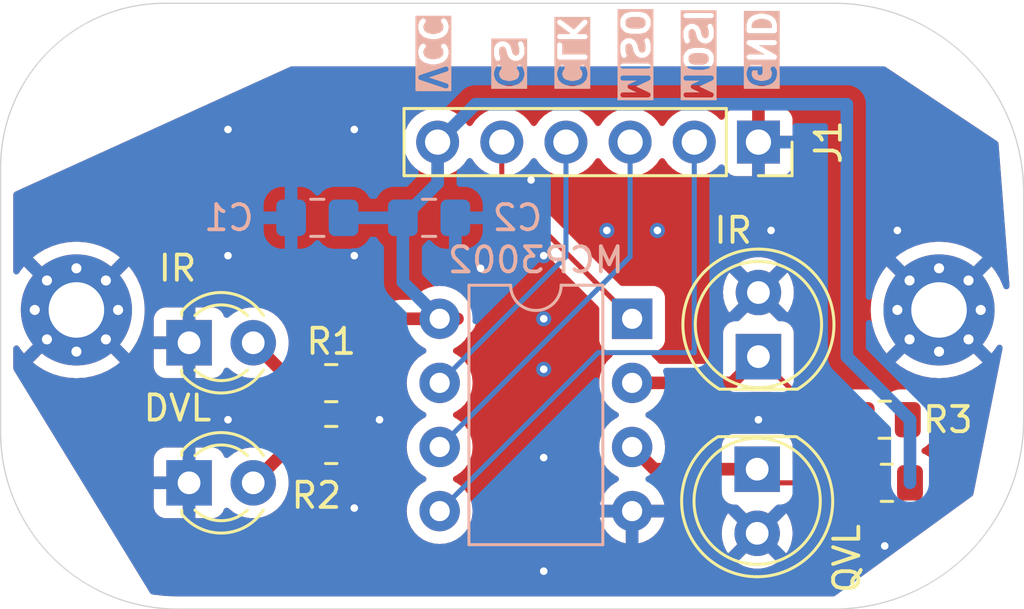
<source format=kicad_pcb>
(kicad_pcb (version 20240108) (generator "pcbnew") (generator_version "8.0")
  (layers (0 "F.Cu" signal) (31 "B.Cu" signal) (34 "B.Paste" user) (35 "F.Paste" user) (36 "B.SilkS" user "B.Silkscreen") (37 "F.SilkS" user "F.Silkscreen") (38 "B.Mask" user) (39 "F.Mask" user) (44 "Edge.Cuts" user))
  (net 0 "")
  (net 1 "GND")
  (net 2 "+3.3V")
  (net 3 "Net-(D1-A)")
  (net 4 "Net-(D2-A)")
  (net 5 "CS")
  (net 6 "CLK")
  (net 7 "MISO")
  (net 8 "MOSI")
  (net 9 "CH0")
  (net 10 "CH1")
  (footprint "LED_THT:LED_D5.0mm_Clear" (layer "F.Cu") (at 115.95 98.46 -90)
    (property "Reference" "QVL" (at 3.54 -3.55 90) (layer "F.SilkS"))
    (property "Value" "BPW40")
    (fp_line (start -1.29 -1.545) (end -1.29 1.545) (stroke (width 0.12)) (layer "F.SilkS"))
    (fp_arc (start 4.26 -0.000462) (mid 2.072002 2.880433) (end -1.29 1.54483) (stroke (width 0.12)) (layer "F.SilkS"))
    (fp_arc (start -1.29 -1.54483) (mid 2.072002 -2.880433) (end 4.26 0.000462) (stroke (width 0.12)) (layer "F.SilkS"))
    (fp_circle (center 1.27 0) (end 3.77 0) (stroke (width 0.12)) (fill none) (layer "F.SilkS"))
    (pad "1" thru_hole rect (at 0 0 270) (size 1.8 1.8) (drill 0.9) (layers "*.Cu" "*.Mask") (net 10 "CH1"))
    (pad "2" thru_hole circle (at 2.54 0 270) (size 1.8 1.8) (drill 0.9) (layers "*.Cu" "*.Mask") (net 1 "GND"))
  )
  (footprint "MountingHole:MountingHole_2.2mm_M2_Pad_Via" (layer "F.Cu") (at 89 92.15)
    (property "Reference" "H1" (hide yes))
    (property "Value" "M1")
    (pad "1" thru_hole circle (at -1.65 0) (size 0.7 0.7) (drill 0.4) (layers "*.Cu" "*.Mask") (net 1 "GND"))
    (pad "1" thru_hole circle (at -1.166726 -1.166726) (size 0.7 0.7) (drill 0.4) (layers "*.Cu" "*.Mask") (net 1 "GND"))
    (pad "1" thru_hole circle (at -1.166726 1.166726) (size 0.7 0.7) (drill 0.4) (layers "*.Cu" "*.Mask") (net 1 "GND"))
    (pad "1" thru_hole circle (at 0 -1.65) (size 0.7 0.7) (drill 0.4) (layers "*.Cu" "*.Mask") (net 1 "GND"))
    (pad "1" thru_hole circle (at 0 0) (size 4.4 4.4) (drill 2.2) (layers "*.Cu" "*.Mask") (net 1 "GND"))
    (pad "1" thru_hole circle (at 0 1.65) (size 0.7 0.7) (drill 0.4) (layers "*.Cu" "*.Mask") (net 1 "GND"))
    (pad "1" thru_hole circle (at 1.166726 -1.166726) (size 0.7 0.7) (drill 0.4) (layers "*.Cu" "*.Mask") (net 1 "GND"))
    (pad "1" thru_hole circle (at 1.166726 1.166726) (size 0.7 0.7) (drill 0.4) (layers "*.Cu" "*.Mask") (net 1 "GND"))
    (pad "1" thru_hole circle (at 1.65 0) (size 0.7 0.7) (drill 0.4) (layers "*.Cu" "*.Mask") (net 1 "GND"))
  )
  (footprint "Resistor_SMD:R_0805_2012Metric" (layer "F.Cu") (at 121 96.5)
    (property "Reference" "R4" (hide yes))
    (property "Value" "R")
    (fp_line (start -0.227064 -0.735) (end 0.227064 -0.735) (stroke (width 0.12)) (layer "F.SilkS"))
    (fp_line (start -0.227064 0.735) (end 0.227064 0.735) (stroke (width 0.12)) (layer "F.SilkS"))
    (pad "1" smd roundrect (at -0.9125 0) (size 1.025 1.4) (layers "F.Cu" "F.Paste" "F.Mask") (roundrect_rratio 0.243902) (net 9 "CH0"))
    (pad "2" smd roundrect (at 0.9125 0) (size 1.025 1.4) (layers "F.Cu" "F.Paste" "F.Mask") (roundrect_rratio 0.243902) (net 2 "+3.3V"))
  )
  (footprint "LED_THT:LED_D5.0mm_Clear" (layer "F.Cu") (at 116 94 90)
    (property "Reference" "IR" (at 5 -1 0) (layer "F.SilkS"))
    (property "Value" "BPW40")
    (fp_line (start -1.29 -1.545) (end -1.29 1.545) (stroke (width 0.12)) (layer "F.SilkS"))
    (fp_arc (start -1.29 -1.54483) (mid 2.072002 -2.880433) (end 4.26 0.000462) (stroke (width 0.12)) (layer "F.SilkS"))
    (fp_arc (start 4.26 -0.000462) (mid 2.072002 2.880433) (end -1.29 1.54483) (stroke (width 0.12)) (layer "F.SilkS"))
    (fp_circle (center 1.27 0) (end 3.77 0) (stroke (width 0.12)) (fill none) (layer "F.SilkS"))
    (pad "1" thru_hole rect (at 0 0 90) (size 1.8 1.8) (drill 0.9) (layers "*.Cu" "*.Mask") (net 9 "CH0"))
    (pad "2" thru_hole circle (at 2.54 0 90) (size 1.8 1.8) (drill 0.9) (layers "*.Cu" "*.Mask") (net 1 "GND"))
  )
  (footprint "Resistor_SMD:R_0805_2012Metric" (layer "F.Cu") (at 99.0875 95.05)
    (property "Reference" "R1" (at 0 -1.65 0) (layer "F.SilkS"))
    (property "Value" "R")
    (fp_line (start -0.227064 -0.735) (end 0.227064 -0.735) (stroke (width 0.12)) (layer "F.SilkS"))
    (fp_line (start -0.227064 0.735) (end 0.227064 0.735) (stroke (width 0.12)) (layer "F.SilkS"))
    (pad "1" smd roundrect (at -0.9125 0) (size 1.025 1.4) (layers "F.Cu" "F.Paste" "F.Mask") (roundrect_rratio 0.243902) (net 3 "Net-(D1-A)"))
    (pad "2" smd roundrect (at 0.9125 0) (size 1.025 1.4) (layers "F.Cu" "F.Paste" "F.Mask") (roundrect_rratio 0.243902) (net 2 "+3.3V"))
  )
  (footprint "Resistor_SMD:R_0805_2012Metric" (layer "F.Cu") (at 121.0875 99)
    (property "Reference" "R3" (at 2.4125 -2.5 0) (layer "F.SilkS"))
    (property "Value" "R")
    (fp_line (start -0.227064 -0.735) (end 0.227064 -0.735) (stroke (width 0.12)) (layer "F.SilkS"))
    (fp_line (start -0.227064 0.735) (end 0.227064 0.735) (stroke (width 0.12)) (layer "F.SilkS"))
    (pad "1" smd roundrect (at -0.9125 0) (size 1.025 1.4) (layers "F.Cu" "F.Paste" "F.Mask") (roundrect_rratio 0.243902) (net 10 "CH1"))
    (pad "2" smd roundrect (at 0.9125 0) (size 1.025 1.4) (layers "F.Cu" "F.Paste" "F.Mask") (roundrect_rratio 0.243902) (net 2 "+3.3V"))
  )
  (footprint "LED_THT:LED_D3.0mm_Clear" (layer "F.Cu") (at 93.46 93.45)
    (property "Reference" "IR" (at -0.46 -2.95 0) (layer "F.SilkS"))
    (property "Value" "LED")
    (fp_line (start -0.29 -1.236) (end -0.29 -1.08) (stroke (width 0.12)) (layer "F.SilkS"))
    (fp_line (start -0.29 1.08) (end -0.29 1.236) (stroke (width 0.12)) (layer "F.SilkS"))
    (fp_arc (start -0.29 -1.235516) (mid 1.366487 -1.987659) (end 2.942335 -1.078608) (stroke (width 0.12)) (layer "F.SilkS"))
    (fp_arc (start 0.229039 -1.08) (mid 1.270117 -1.5) (end 2.31113 -1.079837) (stroke (width 0.12)) (layer "F.SilkS"))
    (fp_arc (start 2.31113 1.079837) (mid 1.270117 1.5) (end 0.229039 1.08) (stroke (width 0.12)) (layer "F.SilkS"))
    (fp_arc (start 2.942335 1.078608) (mid 1.366487 1.987659) (end -0.29 1.235516) (stroke (width 0.12)) (layer "F.SilkS"))
    (pad "1" thru_hole rect (at 0 0) (size 1.8 1.8) (drill 0.9) (layers "*.Cu" "*.Mask") (net 1 "GND"))
    (pad "2" thru_hole circle (at 2.54 0) (size 1.8 1.8) (drill 0.9) (layers "*.Cu" "*.Mask") (net 3 "Net-(D1-A)"))
  )
  (footprint "MountingHole:MountingHole_2.2mm_M2_Pad_Via" (layer "F.Cu") (at 123.15 92.15)
    (property "Reference" "H2" (hide yes))
    (property "Value" "M2")
    (pad "1" thru_hole circle (at -1.65 0) (size 0.7 0.7) (drill 0.4) (layers "*.Cu" "*.Mask") (net 1 "GND"))
    (pad "1" thru_hole circle (at -1.166726 -1.166726) (size 0.7 0.7) (drill 0.4) (layers "*.Cu" "*.Mask") (net 1 "GND"))
    (pad "1" thru_hole circle (at -1.166726 1.166726) (size 0.7 0.7) (drill 0.4) (layers "*.Cu" "*.Mask") (net 1 "GND"))
    (pad "1" thru_hole circle (at 0 -1.65) (size 0.7 0.7) (drill 0.4) (layers "*.Cu" "*.Mask") (net 1 "GND"))
    (pad "1" thru_hole circle (at 0 0) (size 4.4 4.4) (drill 2.2) (layers "*.Cu" "*.Mask") (net 1 "GND"))
    (pad "1" thru_hole circle (at 0 1.65) (size 0.7 0.7) (drill 0.4) (layers "*.Cu" "*.Mask") (net 1 "GND"))
    (pad "1" thru_hole circle (at 1.166726 -1.166726) (size 0.7 0.7) (drill 0.4) (layers "*.Cu" "*.Mask") (net 1 "GND"))
    (pad "1" thru_hole circle (at 1.166726 1.166726) (size 0.7 0.7) (drill 0.4) (layers "*.Cu" "*.Mask") (net 1 "GND"))
    (pad "1" thru_hole circle (at 1.65 0) (size 0.7 0.7) (drill 0.4) (layers "*.Cu" "*.Mask") (net 1 "GND"))
  )
  (footprint "Resistor_SMD:R_0805_2012Metric" (layer "F.Cu") (at 99.0875 97.5)
    (property "Reference" "R2" (at -0.5875 2 0) (layer "F.SilkS"))
    (property "Value" "R")
    (fp_line (start -0.227064 -0.735) (end 0.227064 -0.735) (stroke (width 0.12)) (layer "F.SilkS"))
    (fp_line (start -0.227064 0.735) (end 0.227064 0.735) (stroke (width 0.12)) (layer "F.SilkS"))
    (pad "1" smd roundrect (at -0.9125 0) (size 1.025 1.4) (layers "F.Cu" "F.Paste" "F.Mask") (roundrect_rratio 0.243902) (net 4 "Net-(D2-A)"))
    (pad "2" smd roundrect (at 0.9125 0) (size 1.025 1.4) (layers "F.Cu" "F.Paste" "F.Mask") (roundrect_rratio 0.243902) (net 2 "+3.3V"))
  )
  (footprint "Connector_PinSocket_2.54mm:PinSocket_1x06_P2.54mm_Vertical" (layer "F.Cu") (at 116 85.5 -90)
    (property "Reference" "J1" (at 0 -2.77 90) (layer "F.SilkS"))
    (property "Value" "Pin_Connector")
    (fp_line (start -1.33 14.03) (end 1.33 14.03) (stroke (width 0.12)) (layer "F.SilkS"))
    (fp_line (start -1.33 1.27) (end -1.33 14.03) (stroke (width 0.12)) (layer "F.SilkS"))
    (fp_line (start -1.33 1.27) (end 1.33 1.27) (stroke (width 0.12)) (layer "F.SilkS"))
    (fp_line (start 1.33 1.27) (end 1.33 14.03) (stroke (width 0.12)) (layer "F.SilkS"))
    (fp_line (start 0 -1.33) (end 1.33 -1.33) (stroke (width 0.12)) (layer "F.SilkS"))
    (fp_line (start 1.33 -1.33) (end 1.33 0) (stroke (width 0.12)) (layer "F.SilkS"))
    (pad "1" thru_hole rect (at 0 0 270) (size 1.7 1.7) (drill 1) (layers "*.Cu" "*.Mask") (net 1 "GND"))
    (pad "2" thru_hole oval (at 0 2.54 270) (size 1.7 1.7) (drill 1) (layers "*.Cu" "*.Mask") (net 8 "MOSI"))
    (pad "3" thru_hole oval (at 0 5.08 270) (size 1.7 1.7) (drill 1) (layers "*.Cu" "*.Mask") (net 7 "MISO"))
    (pad "4" thru_hole oval (at 0 7.62 270) (size 1.7 1.7) (drill 1) (layers "*.Cu" "*.Mask") (net 6 "CLK"))
    (pad "5" thru_hole oval (at 0 10.16 270) (size 1.7 1.7) (drill 1) (layers "*.Cu" "*.Mask") (net 5 "CS"))
    (pad "6" thru_hole oval (at 0 12.7 270) (size 1.7 1.7) (drill 1) (layers "*.Cu" "*.Mask") (net 2 "+3.3V"))
  )
  (footprint "LED_THT:LED_D3.0mm_Clear" (layer "F.Cu") (at 93.46 99)
    (property "Reference" "DVL" (at -0.46 -2.96 0) (layer "F.SilkS"))
    (property "Value" "LED")
    (fp_line (start -0.29 -1.236) (end -0.29 -1.08) (stroke (width 0.12)) (layer "F.SilkS"))
    (fp_line (start -0.29 1.08) (end -0.29 1.236) (stroke (width 0.12)) (layer "F.SilkS"))
    (fp_arc (start -0.29 -1.235516) (mid 1.366487 -1.987659) (end 2.942335 -1.078608) (stroke (width 0.12)) (layer "F.SilkS"))
    (fp_arc (start 0.229039 -1.08) (mid 1.270117 -1.5) (end 2.31113 -1.079837) (stroke (width 0.12)) (layer "F.SilkS"))
    (fp_arc (start 2.31113 1.079837) (mid 1.270117 1.5) (end 0.229039 1.08) (stroke (width 0.12)) (layer "F.SilkS"))
    (fp_arc (start 2.942335 1.078608) (mid 1.366487 1.987659) (end -0.29 1.235516) (stroke (width 0.12)) (layer "F.SilkS"))
    (pad "1" thru_hole rect (at 0 0) (size 1.8 1.8) (drill 0.9) (layers "*.Cu" "*.Mask") (net 1 "GND"))
    (pad "2" thru_hole circle (at 2.54 0) (size 1.8 1.8) (drill 0.9) (layers "*.Cu" "*.Mask") (net 4 "Net-(D2-A)"))
  )
  (footprint "Package_DIP:DIP-8_W7.62mm" (layer "B.Cu") (at 111 92.5 180)
    (property "Reference" "MCP3002" (at 3.81 2.33 180) (layer "B.SilkS") (effects (justify mirror)))
    (property "Value" "MCP3002")
    (fp_line (start 6.46 1.33) (end 6.46 -8.95) (stroke (width 0.12)) (layer "B.SilkS"))
    (fp_line (start 6.46 -8.95) (end 1.16 -8.95) (stroke (width 0.12)) (layer "B.SilkS"))
    (fp_line (start 4.81 1.33) (end 6.46 1.33) (stroke (width 0.12)) (layer "B.SilkS"))
    (fp_line (start 1.16 1.33) (end 2.81 1.33) (stroke (width 0.12)) (layer "B.SilkS"))
    (fp_line (start 1.16 -8.95) (end 1.16 1.33) (stroke (width 0.12)) (layer "B.SilkS"))
    (fp_arc (start 2.81 1.33) (mid 3.81 0.33) (end 4.81 1.33) (stroke (width 0.12)) (layer "B.SilkS"))
    (pad "1" thru_hole rect (at 0 0 180) (size 1.6 1.6) (drill 0.8) (layers "*.Cu" "*.Mask") (net 5 "CS"))
    (pad "2" thru_hole oval (at 0 -2.54 180) (size 1.6 1.6) (drill 0.8) (layers "*.Cu" "*.Mask") (net 9 "CH0"))
    (pad "3" thru_hole oval (at 0 -5.08 180) (size 1.6 1.6) (drill 0.8) (layers "*.Cu" "*.Mask") (net 10 "CH1"))
    (pad "4" thru_hole oval (at 0 -7.62 180) (size 1.6 1.6) (drill 0.8) (layers "*.Cu" "*.Mask") (net 1 "GND"))
    (pad "5" thru_hole oval (at 7.62 -7.62 180) (size 1.6 1.6) (drill 0.8) (layers "*.Cu" "*.Mask") (net 8 "MOSI"))
    (pad "6" thru_hole oval (at 7.62 -5.08 180) (size 1.6 1.6) (drill 0.8) (layers "*.Cu" "*.Mask") (net 7 "MISO"))
    (pad "7" thru_hole oval (at 7.62 -2.54 180) (size 1.6 1.6) (drill 0.8) (layers "*.Cu" "*.Mask") (net 6 "CLK"))
    (pad "8" thru_hole oval (at 7.62 0 180) (size 1.6 1.6) (drill 0.8) (layers "*.Cu" "*.Mask") (net 2 "+3.3V"))
  )
  (footprint "Capacitor_SMD:C_0805_2012Metric_Pad1.18x1.45mm_HandSolder" (layer "B.Cu") (at 98.5375 88.5 180)
    (property "Reference" "C1" (at 3.5 0 180) (layer "B.SilkS") (effects (justify mirror)))
    (property "Value" "100nF")
    (fp_line (start 0.261252 0.735) (end -0.261252 0.735) (stroke (width 0.12)) (layer "B.SilkS"))
    (fp_line (start 0.261252 -0.735) (end -0.261252 -0.735) (stroke (width 0.12)) (layer "B.SilkS"))
    (pad "1" smd roundrect (at -1.0375 0 180) (size 1.175 1.45) (layers "B.Cu" "B.Paste" "B.Mask") (roundrect_rratio 0.212766) (net 2 "+3.3V"))
    (pad "2" smd roundrect (at 1.0375 0 180) (size 1.175 1.45) (layers "B.Cu" "B.Paste" "B.Mask") (roundrect_rratio 0.212766) (net 1 "GND"))
  )
  (footprint "Capacitor_SMD:C_0805_2012Metric_Pad1.18x1.45mm_HandSolder" (layer "B.Cu") (at 102.9625 88.5)
    (property "Reference" "C2" (at 3.5 0 0) (layer "B.SilkS") (effects (justify mirror)))
    (property "Value" "10nF")
    (fp_line (start 0.261252 -0.735) (end -0.261252 -0.735) (stroke (width 0.12)) (layer "B.SilkS"))
    (fp_line (start 0.261252 0.735) (end -0.261252 0.735) (stroke (width 0.12)) (layer "B.SilkS"))
    (pad "1" smd roundrect (at -1.0375 0) (size 1.175 1.45) (layers "B.Cu" "B.Paste" "B.Mask") (roundrect_rratio 0.212766) (net 2 "+3.3V"))
    (pad "2" smd roundrect (at 1.0375 0) (size 1.175 1.45) (layers "B.Cu" "B.Paste" "B.Mask") (roundrect_rratio 0.212766) (net 1 "GND"))
  )
  (gr_arc (start 126.5 96.5) (mid 124.303301 101.803301) (end 119 104) (stroke (width 0.05)) (layer "Edge.Cuts"))
  (gr_arc (start 86 86.5) (mid 87.903806 81.903806) (end 92.5 80) (stroke (width 0.05)) (layer "Edge.Cuts"))
  (gr_line (start 86 86.5) (end 86 97) (stroke (width 0.05)) (layer "Edge.Cuts"))
  (gr_arc (start 93 104) (mid 88.050253 101.949747) (end 86 97) (stroke (width 0.05)) (layer "Edge.Cuts"))
  (gr_line (start 119 80) (end 92.5 80) (stroke (width 0.05)) (layer "Edge.Cuts"))
  (gr_arc (start 119 80) (mid 124.303301 82.196699) (end 126.5 87.5) (stroke (width 0.05)) (layer "Edge.Cuts"))
  (gr_line (start 126.5 96.5) (end 126.5 87.5) (stroke (width 0.05)) (layer "Edge.Cuts"))
  (gr_line (start 93 104) (end 119 104) (stroke (width 0.05)) (layer "Edge.Cuts"))
  (gr_text "CS" (at 105.5 83.5 -90) (layer "B.SilkS" knockout) (effects (font (size 1 1) (thickness 0.2) (bold yes)) (justify left bottom mirror)))
  (gr_text "CLK\n" (at 108 83.5 -90) (layer "B.SilkS" knockout) (effects (font (size 1 1) (thickness 0.2) (bold yes)) (justify left bottom mirror)))
  (gr_text "MOSI\n" (at 113 84 -90) (layer "B.SilkS" knockout) (effects (font (size 1 1) (thickness 0.2) (bold yes)) (justify left bottom mirror)))
  (gr_text "MISO" (at 110.5 84 -90) (layer "B.SilkS" knockout) (effects (font (size 1 1) (thickness 0.2) (bold yes)) (justify left bottom mirror)))
  (gr_text "GND" (at 115.5 83.5 -90) (layer "B.SilkS" knockout) (effects (font (size 1 1) (thickness 0.2) (bold yes)) (justify left bottom mirror)))
  (gr_text "VCC" (at 102.5 83.5 -90) (layer "B.SilkS" knockout) (effects (font (size 1 1) (thickness 0.2) (bold yes)) (justify left bottom mirror)))
  (via (at 116 96.5) (size 0.6) (drill 0.3) (layers "F.Cu" "B.Cu") (net 1))
  (via (at 100 100) (size 0.6) (drill 0.3) (layers "F.Cu" "B.Cu") (net 1))
  (via (at 95 85) (size 0.6) (drill 0.3) (layers "F.Cu" "B.Cu") (net 1))
  (via (at 95 96.5) (size 0.6) (drill 0.3) (layers "F.Cu" "B.Cu") (net 1))
  (via (at 107.5 98) (size 0.6) (drill 0.3) (layers "F.Cu" "B.Cu") (net 1))
  (via (at 107.5 94.5) (size 0.6) (drill 0.3) (layers "F.Cu" "B.Cu") (net 1))
  (via (at 121 101.5) (size 0.6) (drill 0.3) (layers "F.Cu" "B.Cu") (net 1))
  (via (at 107.5 92.5) (size 0.6) (drill 0.3) (layers "F.Cu" "B.Cu") (net 1))
  (via (at 107.5 90) (size 0.6) (drill 0.3) (layers "F.Cu" "B.Cu") (net 1))
  (via (at 112 89) (size 0.6) (drill 0.3) (layers "F.Cu" "B.Cu") (net 1))
  (via (at 110 89) (size 0.6) (drill 0.3) (layers "F.Cu" "B.Cu") (net 1))
  (via (at 95 90) (size 0.6) (drill 0.3) (layers "F.Cu" "B.Cu") (net 1))
  (via (at 100 90) (size 0.6) (drill 0.3) (layers "F.Cu" "B.Cu") (net 1))
  (via (at 105 90.5) (size 0.6) (drill 0.3) (layers "F.Cu" "B.Cu") (net 1))
  (via (at 116.5 89) (size 0.6) (drill 0.3) (layers "F.Cu" "B.Cu") (net 1))
  (via (at 107 87) (size 0.6) (drill 0.3) (layers "F.Cu" "B.Cu") (net 1))
  (via (at 121.5 89) (size 0.6) (drill 0.3) (layers "F.Cu" "B.Cu") (net 1))
  (via (at 101 96.5) (size 0.6) (drill 0.3) (layers "F.Cu" "B.Cu") (net 1))
  (via (at 107.5 102.5) (size 0.6) (drill 0.3) (layers "F.Cu" "B.Cu") (net 1))
  (via (at 100 85) (size 0.6) (drill 0.3) (layers "F.Cu" "B.Cu") (net 1))
  (segment (start 103.38 92.5) (end 101.85 92.5) (width 0.5) (layer "F.Cu") (net 2))
  (segment (start 101.85 92.5) (end 100 94.35) (width 0.5) (layer "F.Cu") (net 2))
  (segment (start 103.38 92.5) (end 104.0875 92.5) (width 0.5) (layer "F.Cu") (net 2))
  (segment (start 100 97.5) (end 100 95.05) (width 0.5) (layer "F.Cu") (net 2))
  (segment (start 100 94.35) (end 100 95.05) (width 0.5) (layer "F.Cu") (net 2))
  (segment (start 103.3 87.125) (end 101.925 88.5) (width 0.5) (layer "B.Cu") (net 2))
  (segment (start 103.3 85.5) (end 104.8 84) (width 0.5) (layer "B.Cu") (net 2))
  (segment (start 119.5 94) (end 122 96.5) (width 0.5) (layer "B.Cu") (net 2))
  (segment (start 101.925 88.5) (end 99.575 88.5) (width 0.5) (layer "B.Cu") (net 2))
  (segment (start 119.5 84) (end 119.5 94) (width 0.5) (layer "B.Cu") (net 2))
  (segment (start 101.925 88.5) (end 101.925 91.045) (width 0.5) (layer "B.Cu") (net 2))
  (segment (start 122 96.5) (end 122 99) (width 0.5) (layer "B.Cu") (net 2))
  (segment (start 101.925 91.045) (end 103.38 92.5) (width 0.5) (layer "B.Cu") (net 2))
  (segment (start 104.8 84) (end 119.5 84) (width 0.5) (layer "B.Cu") (net 2))
  (segment (start 103.3 85.5) (end 103.3 87.125) (width 0.5) (layer "B.Cu") (net 2))
  (segment (start 97.6 95.05) (end 96 93.45) (width 0.5) (layer "F.Cu") (net 3))
  (segment (start 98.175 95.05) (end 97.6 95.05) (width 0.5) (layer "F.Cu") (net 3))
  (segment (start 98.175 97.5) (end 97.5 97.5) (width 0.5) (layer "F.Cu") (net 4))
  (segment (start 97.5 97.5) (end 96 99) (width 0.5) (layer "F.Cu") (net 4))
  (segment (start 105.84 85.5) (end 105.84 87.34) (width 0.2) (layer "F.Cu") (net 5))
  (segment (start 105.84 87.34) (end 111 92.5) (width 0.2) (layer "F.Cu") (net 5))
  (segment (start 108.38 85.5) (end 108.38 90.04) (width 0.2) (layer "B.Cu") (net 6))
  (segment (start 108.38 90.04) (end 103.38 95.04) (width 0.2) (layer "B.Cu") (net 6))
  (segment (start 110.92 85.5) (end 110.92 90.04) (width 0.2) (layer "B.Cu") (net 7))
  (segment (start 110.92 90.04) (end 103.38 97.58) (width 0.2) (layer "B.Cu") (net 7))
  (segment (start 109.66 93.84) (end 103.38 100.12) (width 0.2) (layer "B.Cu") (net 8))
  (segment (start 113.46 85.5) (end 113.46 93.84) (width 0.2) (layer "B.Cu") (net 8))
  (segment (start 113.46 93.84) (end 109.66 93.84) (width 0.2) (layer "B.Cu") (net 8))
  (segment (start 118.5 96.5) (end 116 94) (width 0.2) (layer "F.Cu") (net 9))
  (segment (start 120.0875 96.5) (end 118.5 96.5) (width 0.2) (layer "F.Cu") (net 9))
  (segment (start 111 95.04) (end 114.96 95.04) (width 0.5) (layer "F.Cu") (net 9))
  (segment (start 114.96 95.04) (end 116 94) (width 0.5) (layer "F.Cu") (net 9))
  (segment (start 110.92 97.5) (end 111 97.58) (width 0.5) (layer "F.Cu") (net 10))
  (segment (start 116.49 99) (end 115.95 98.46) (width 0.2) (layer "F.Cu") (net 10))
  (segment (start 120.175 99) (end 116.49 99) (width 0.2) (layer "F.Cu") (net 10))
  (segment (start 111.88 98.46) (end 111 97.58) (width 0.5) (layer "F.Cu") (net 10))
  (segment (start 115.95 98.46) (end 111.88 98.46) (width 0.5) (layer "F.Cu") (net 10))
  (zone (net 1) (net_name "GND") (layers "F&B.Cu") (connect_pads (clearance 0.5)) (min_thickness 0.25) (fill yes (thermal_gap 0.5) (thermal_bridge_width 0.5) (island_removal_mode 2) (island_area_min 10))
    (polygon (pts (xy 125.5 85.5) (xy 126 92) (xy 124.5 99.5) (xy 119 103.5) (xy 92 103.5) (xy 86.5 94.5) (xy 86.5 87.5) (xy 97.5 82.5) (xy 121 82.5)))
  )
)
</source>
